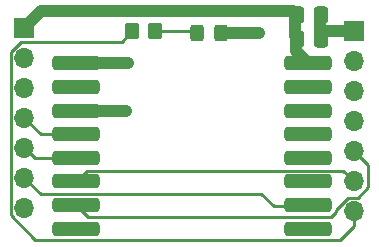
<source format=gbr>
%TF.GenerationSoftware,KiCad,Pcbnew,6.0.5-a6ca702e91~116~ubuntu20.04.1*%
%TF.CreationDate,2022-05-08T08:16:30-05:00*%
%TF.ProjectId,RFM69HW_Shield_v001,52464d36-3948-4575-9f53-6869656c645f,rev?*%
%TF.SameCoordinates,Original*%
%TF.FileFunction,Copper,L1,Top*%
%TF.FilePolarity,Positive*%
%FSLAX46Y46*%
G04 Gerber Fmt 4.6, Leading zero omitted, Abs format (unit mm)*
G04 Created by KiCad (PCBNEW 6.0.5-a6ca702e91~116~ubuntu20.04.1) date 2022-05-08 08:16:30*
%MOMM*%
%LPD*%
G01*
G04 APERTURE LIST*
G04 Aperture macros list*
%AMRoundRect*
0 Rectangle with rounded corners*
0 $1 Rounding radius*
0 $2 $3 $4 $5 $6 $7 $8 $9 X,Y pos of 4 corners*
0 Add a 4 corners polygon primitive as box body*
4,1,4,$2,$3,$4,$5,$6,$7,$8,$9,$2,$3,0*
0 Add four circle primitives for the rounded corners*
1,1,$1+$1,$2,$3*
1,1,$1+$1,$4,$5*
1,1,$1+$1,$6,$7*
1,1,$1+$1,$8,$9*
0 Add four rect primitives between the rounded corners*
20,1,$1+$1,$2,$3,$4,$5,0*
20,1,$1+$1,$4,$5,$6,$7,0*
20,1,$1+$1,$6,$7,$8,$9,0*
20,1,$1+$1,$8,$9,$2,$3,0*%
G04 Aperture macros list end*
%TA.AperFunction,SMDPad,CuDef*%
%ADD10RoundRect,0.250000X-0.337500X-0.475000X0.337500X-0.475000X0.337500X0.475000X-0.337500X0.475000X0*%
%TD*%
%TA.AperFunction,ComponentPad*%
%ADD11R,1.700000X1.700000*%
%TD*%
%TA.AperFunction,ComponentPad*%
%ADD12O,1.700000X1.700000*%
%TD*%
%TA.AperFunction,SMDPad,CuDef*%
%ADD13RoundRect,0.300000X1.700000X-0.300000X1.700000X0.300000X-1.700000X0.300000X-1.700000X-0.300000X0*%
%TD*%
%TA.AperFunction,SMDPad,CuDef*%
%ADD14RoundRect,0.250000X-0.350000X-0.450000X0.350000X-0.450000X0.350000X0.450000X-0.350000X0.450000X0*%
%TD*%
%TA.AperFunction,SMDPad,CuDef*%
%ADD15RoundRect,0.250000X0.325000X0.450000X-0.325000X0.450000X-0.325000X-0.450000X0.325000X-0.450000X0*%
%TD*%
%TA.AperFunction,ViaPad*%
%ADD16C,0.800000*%
%TD*%
%TA.AperFunction,Conductor*%
%ADD17C,1.000000*%
%TD*%
%TA.AperFunction,Conductor*%
%ADD18C,0.250000*%
%TD*%
G04 APERTURE END LIST*
D10*
%TO.P,C1,1*%
%TO.N,VCC*%
X162762500Y-79200000D03*
%TO.P,C1,2*%
%TO.N,GND*%
X164837500Y-79200000D03*
%TD*%
%TO.P,C2,1*%
%TO.N,VCC*%
X162762500Y-77200000D03*
%TO.P,C2,2*%
%TO.N,GND*%
X164837500Y-77200000D03*
%TD*%
D11*
%TO.P,J1,1,Pin_1*%
%TO.N,VCC*%
X139700000Y-78300000D03*
D12*
%TO.P,J1,2,Pin_2*%
%TO.N,D4*%
X139700000Y-80840000D03*
%TO.P,J1,3,Pin_3*%
%TO.N,D3*%
X139700000Y-83380000D03*
%TO.P,J1,4,Pin_4*%
%TO.N,D13{slash}SCK*%
X139700000Y-85920000D03*
%TO.P,J1,5,Pin_5*%
%TO.N,D12{slash}MISO*%
X139700000Y-88460000D03*
%TO.P,J1,6,Pin_6*%
%TO.N,D2{slash}INT0*%
X139700000Y-91000000D03*
%TO.P,J1,7,Pin_7*%
%TO.N,A5{slash}SCL*%
X139700000Y-93540000D03*
%TD*%
D11*
%TO.P,J2,1,Pin_1*%
%TO.N,GND*%
X167640000Y-78600000D03*
D12*
%TO.P,J2,2,Pin_2*%
%TO.N,D5*%
X167640000Y-81140000D03*
%TO.P,J2,3,Pin_3*%
%TO.N,D7*%
X167640000Y-83680000D03*
%TO.P,J2,4,Pin_4*%
%TO.N,D9*%
X167640000Y-86220000D03*
%TO.P,J2,5,Pin_5*%
%TO.N,D10{slash}SS*%
X167640000Y-88760000D03*
%TO.P,J2,6,Pin_6*%
%TO.N,D11{slash}MOSI*%
X167640000Y-91300000D03*
%TO.P,J2,7,Pin_7*%
%TO.N,D6*%
X167640000Y-93840000D03*
%TD*%
D13*
%TO.P,U1,1,RESET*%
%TO.N,unconnected-(U1-Pad1)*%
X163750000Y-95300000D03*
%TO.P,U1,2,DIO0*%
%TO.N,D2{slash}INT0*%
X163750000Y-93300000D03*
%TO.P,U1,3,DIO1*%
%TO.N,unconnected-(U1-Pad3)*%
X163750000Y-91300000D03*
%TO.P,U1,4,DIO2*%
%TO.N,unconnected-(U1-Pad4)*%
X163750000Y-89300000D03*
%TO.P,U1,5,DIO3*%
%TO.N,unconnected-(U1-Pad5)*%
X163750000Y-87300000D03*
%TO.P,U1,6,DIO4*%
%TO.N,unconnected-(U1-Pad6)*%
X163750000Y-85300000D03*
%TO.P,U1,7,DIO5*%
%TO.N,unconnected-(U1-Pad7)*%
X163750000Y-83300000D03*
%TO.P,U1,8,3.3V*%
%TO.N,VCC*%
X163750000Y-81300000D03*
%TO.P,U1,9,GND*%
%TO.N,GND*%
X144050000Y-81300000D03*
%TO.P,U1,10,ANA*%
%TO.N,unconnected-(U1-Pad10)*%
X144050000Y-83300000D03*
%TO.P,U1,11,GND*%
%TO.N,GND*%
X144050000Y-85300000D03*
%TO.P,U1,12,SCK*%
%TO.N,D13{slash}SCK*%
X144050000Y-87300000D03*
%TO.P,U1,13,MISO*%
%TO.N,D12{slash}MISO*%
X144050000Y-89300000D03*
%TO.P,U1,14,MOSI*%
%TO.N,D11{slash}MOSI*%
X144050000Y-91300000D03*
%TO.P,U1,15,NSS*%
%TO.N,D10{slash}SS*%
X144050000Y-93300000D03*
%TO.P,U1,16,NC*%
%TO.N,unconnected-(U1-Pad16)*%
X144050000Y-95300000D03*
%TD*%
D14*
%TO.P,R1,1*%
%TO.N,D6*%
X148800000Y-78600000D03*
%TO.P,R1,2*%
%TO.N,Net-(D1-Pad2)*%
X150800000Y-78600000D03*
%TD*%
D15*
%TO.P,D1,1,K*%
%TO.N,GND*%
X156325000Y-78700000D03*
%TO.P,D1,2,A*%
%TO.N,Net-(D1-Pad2)*%
X154275000Y-78700000D03*
%TD*%
D16*
%TO.N,GND*%
X147400000Y-81300000D03*
X147100000Y-85300000D03*
X159600000Y-78700000D03*
X158200000Y-78700000D03*
X148500000Y-81300000D03*
X148300000Y-85300000D03*
%TD*%
D17*
%TO.N,VCC*%
X139700000Y-78300000D02*
X141100000Y-76900000D01*
X162462500Y-76900000D02*
X162762500Y-77200000D01*
X162625000Y-77100000D02*
X162625000Y-78962500D01*
X162662500Y-79000000D02*
X162662500Y-80212500D01*
D18*
X162625000Y-78962500D02*
X162662500Y-79000000D01*
D17*
X141100000Y-76900000D02*
X162462500Y-76900000D01*
X162662500Y-80212500D02*
X163750000Y-81300000D01*
%TO.N,GND*%
X165137500Y-78600000D02*
X167640000Y-78600000D01*
D18*
X164737500Y-79000000D02*
X165137500Y-78600000D01*
D17*
X159600000Y-78700000D02*
X156325000Y-78700000D01*
X148500000Y-81300000D02*
X144050000Y-81300000D01*
X148300000Y-85300000D02*
X144050000Y-85300000D01*
D18*
X164700000Y-78962500D02*
X164737500Y-79000000D01*
D17*
X164700000Y-77100000D02*
X164700000Y-78962500D01*
D18*
%TO.N,Net-(D1-Pad2)*%
X154175000Y-78600000D02*
X154275000Y-78700000D01*
X150800000Y-78600000D02*
X154175000Y-78600000D01*
%TO.N,D13{slash}SCK*%
X144050000Y-87300000D02*
X141080000Y-87300000D01*
X141080000Y-87300000D02*
X139700000Y-85920000D01*
%TO.N,D12{slash}MISO*%
X140600000Y-89300000D02*
X139760000Y-88460000D01*
X144050000Y-89300000D02*
X140600000Y-89300000D01*
X139760000Y-88460000D02*
X139700000Y-88460000D01*
%TO.N,D2{slash}INT0*%
X141075480Y-92375480D02*
X159775480Y-92375480D01*
X159775480Y-92375480D02*
X160800000Y-93400000D01*
X160800000Y-93400000D02*
X163650000Y-93400000D01*
X139700000Y-91000000D02*
X141075480Y-92375480D01*
X163650000Y-93400000D02*
X163750000Y-93300000D01*
%TO.N,D10{slash}SS*%
X166074520Y-93725480D02*
X166074520Y-93925480D01*
X167640000Y-88760000D02*
X168814511Y-89934511D01*
X168814511Y-91786499D02*
X167935521Y-92665489D01*
X168814511Y-89934511D02*
X168814511Y-91786499D01*
X167134511Y-92665489D02*
X166074520Y-93725480D01*
X166074520Y-93925480D02*
X165700000Y-94300000D01*
X145050000Y-94300000D02*
X144050000Y-93300000D01*
X165700000Y-94300000D02*
X145050000Y-94300000D01*
X167935521Y-92665489D02*
X167134511Y-92665489D01*
%TO.N,D11{slash}MOSI*%
X144974520Y-90375480D02*
X144050000Y-91300000D01*
X166715480Y-90375480D02*
X144974520Y-90375480D01*
X167640000Y-91300000D02*
X166715480Y-90375480D01*
%TO.N,D6*%
X140609540Y-96224520D02*
X138525489Y-94140469D01*
X166457561Y-96224520D02*
X140609540Y-96224520D01*
X139400000Y-79474511D02*
X147925489Y-79474511D01*
X138525489Y-80349022D02*
X139400000Y-79474511D01*
X138525489Y-94140469D02*
X138525489Y-80349022D01*
X147925489Y-79474511D02*
X148800000Y-78600000D01*
X167640000Y-95042081D02*
X166457561Y-96224520D01*
X167640000Y-93840000D02*
X167640000Y-95042081D01*
%TD*%
M02*

</source>
